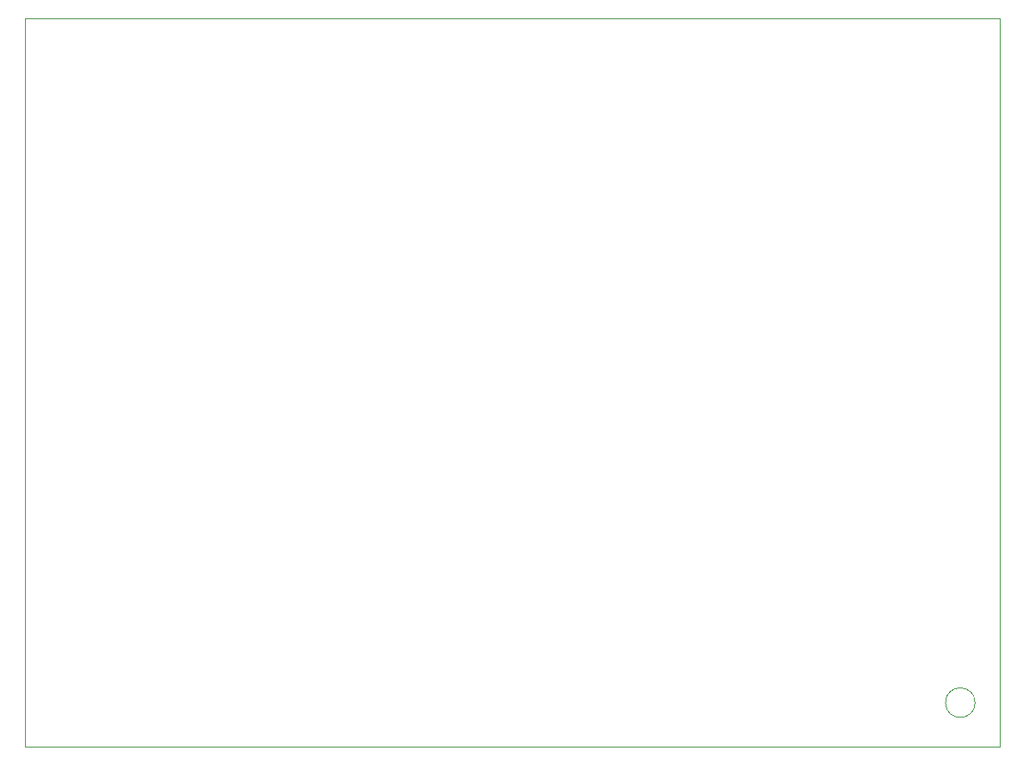
<source format=gbr>
%TF.GenerationSoftware,KiCad,Pcbnew,9.0.0*%
%TF.CreationDate,2025-03-06T14:02:59+09:00*%
%TF.ProjectId,8bots,38626f74-732e-46b6-9963-61645f706362,rev?*%
%TF.SameCoordinates,PX5466720PY8677d40*%
%TF.FileFunction,Profile,NP*%
%FSLAX46Y46*%
G04 Gerber Fmt 4.6, Leading zero omitted, Abs format (unit mm)*
G04 Created by KiCad (PCBNEW 9.0.0) date 2025-03-06 14:02:59*
%MOMM*%
%LPD*%
G01*
G04 APERTURE LIST*
%TA.AperFunction,Profile*%
%ADD10C,0.050000*%
%TD*%
G04 APERTURE END LIST*
D10*
X-60000Y75500000D02*
X98940000Y75500000D01*
X98940000Y1500000D01*
X-60000Y1500000D01*
X-60000Y75500000D01*
X96440000Y5960000D02*
G75*
G02*
X93440000Y5960000I-1500000J0D01*
G01*
X93440000Y5960000D02*
G75*
G02*
X96440000Y5960000I1500000J0D01*
G01*
M02*

</source>
